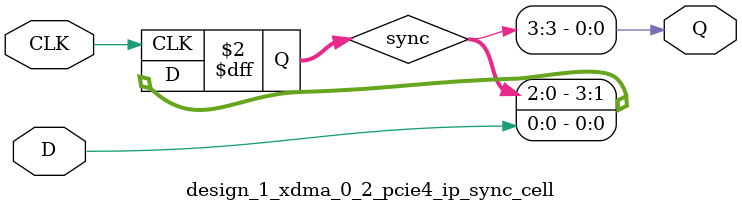
<source format=v>

`timescale 1ps / 1ps

(* DowngradeIPIdentifiedWarnings = "yes" *)
module design_1_xdma_0_2_pcie4_ip_sync_cell #
(
    parameter integer STAGE = 3
)
(
    //-------------------------------------------------------------------------- 
    //  Input Ports
    //-------------------------------------------------------------------------- 
    input                               CLK,
    input                               D,
    
    //-------------------------------------------------------------------------- 
    //  Output Ports
    //-------------------------------------------------------------------------- 
    output                              Q
);
    //-------------------------------------------------------------------------- 
    //  Synchronized Signals
    //--------------------------------------------------------------------------  
    (* ASYNC_REG = "TRUE", SHIFT_EXTRACT = "NO" *) reg [STAGE:0] sync;                                                            



//--------------------------------------------------------------------------------------------------
//  Synchronizier
//--------------------------------------------------------------------------------------------------
always @ (posedge CLK)
begin

    sync <= {sync[(STAGE-1):0], D};
            
end   



//--------------------------------------------------------------------------------------------------
//  Generate Output
//--------------------------------------------------------------------------------------------------
assign Q = sync[STAGE];



endmodule

</source>
